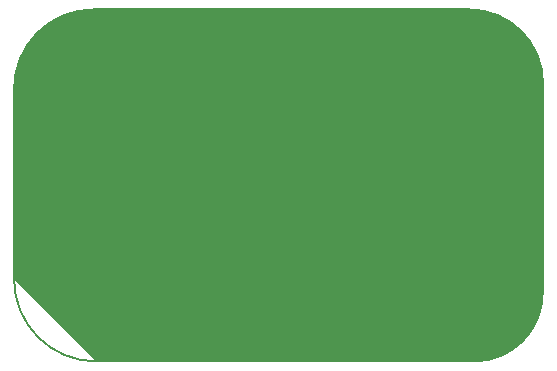
<source format=gbr>
G04 EasyPC Gerber Version 20.0.2 Build 4112 *
%FSLAX35Y35*%
%MOIN*%
%ADD15C,0.00500*%
X0Y0D02*
D02*
D15*
X27707Y5119D02*
G75*
G02X250Y32575J27457D01*
G01*
Y95975*
G75*
G02X26708Y122433I26458*
G01*
X152011*
G75*
G02X176597Y97847J-24586*
G01*
Y27957*
X176472*
G75*
G02X153633Y5119I-22839*
G01*
X27707*
G36*
G75*
G02X250Y32575J27457*
G01*
Y95975*
G75*
G02X26708Y122433I26458*
G01*
X152011*
G75*
G02X176597Y97847J-24586*
G01*
Y27957*
X176472*
G75*
G02X153633Y5119I-22839*
G01*
X27707*
G37*
X0Y0D02*
M02*

</source>
